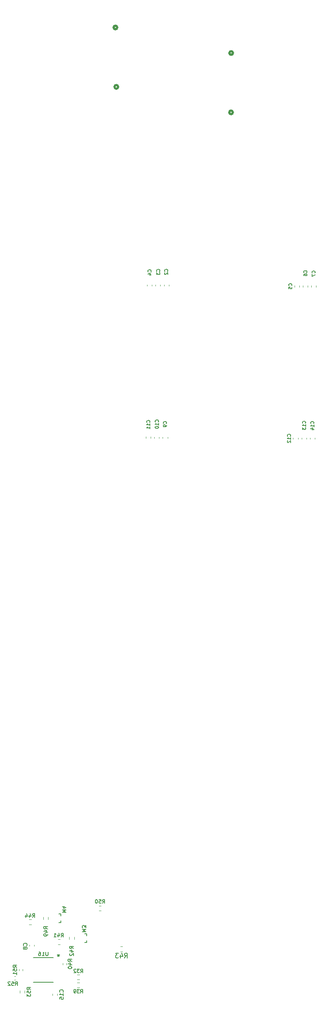
<source format=gbr>
%TF.GenerationSoftware,KiCad,Pcbnew,8.0.6*%
%TF.CreationDate,2025-05-14T12:37:59-04:00*%
%TF.ProjectId,TPC_Warm_Shaper,5450435f-5761-4726-9d5f-536861706572,rev?*%
%TF.SameCoordinates,Original*%
%TF.FileFunction,Legend,Bot*%
%TF.FilePolarity,Positive*%
%FSLAX46Y46*%
G04 Gerber Fmt 4.6, Leading zero omitted, Abs format (unit mm)*
G04 Created by KiCad (PCBNEW 8.0.6) date 2025-05-14 12:37:59*
%MOMM*%
%LPD*%
G01*
G04 APERTURE LIST*
%ADD10C,0.150000*%
%ADD11C,0.508000*%
%ADD12C,0.120000*%
%ADD13C,0.152400*%
G04 APERTURE END LIST*
D10*
X133545364Y-259552856D02*
X133188221Y-259302856D01*
X133545364Y-259124285D02*
X132795364Y-259124285D01*
X132795364Y-259124285D02*
X132795364Y-259409999D01*
X132795364Y-259409999D02*
X132831078Y-259481428D01*
X132831078Y-259481428D02*
X132866792Y-259517142D01*
X132866792Y-259517142D02*
X132938221Y-259552856D01*
X132938221Y-259552856D02*
X133045364Y-259552856D01*
X133045364Y-259552856D02*
X133116792Y-259517142D01*
X133116792Y-259517142D02*
X133152507Y-259481428D01*
X133152507Y-259481428D02*
X133188221Y-259409999D01*
X133188221Y-259409999D02*
X133188221Y-259124285D01*
X132795364Y-260231428D02*
X132795364Y-259874285D01*
X132795364Y-259874285D02*
X133152507Y-259838571D01*
X133152507Y-259838571D02*
X133116792Y-259874285D01*
X133116792Y-259874285D02*
X133081078Y-259945714D01*
X133081078Y-259945714D02*
X133081078Y-260124285D01*
X133081078Y-260124285D02*
X133116792Y-260195714D01*
X133116792Y-260195714D02*
X133152507Y-260231428D01*
X133152507Y-260231428D02*
X133223935Y-260267142D01*
X133223935Y-260267142D02*
X133402507Y-260267142D01*
X133402507Y-260267142D02*
X133473935Y-260231428D01*
X133473935Y-260231428D02*
X133509650Y-260195714D01*
X133509650Y-260195714D02*
X133545364Y-260124285D01*
X133545364Y-260124285D02*
X133545364Y-259945714D01*
X133545364Y-259945714D02*
X133509650Y-259874285D01*
X133509650Y-259874285D02*
X133473935Y-259838571D01*
X132795364Y-260517142D02*
X132795364Y-260981428D01*
X132795364Y-260981428D02*
X133081078Y-260731428D01*
X133081078Y-260731428D02*
X133081078Y-260838571D01*
X133081078Y-260838571D02*
X133116792Y-260910000D01*
X133116792Y-260910000D02*
X133152507Y-260945714D01*
X133152507Y-260945714D02*
X133223935Y-260981428D01*
X133223935Y-260981428D02*
X133402507Y-260981428D01*
X133402507Y-260981428D02*
X133473935Y-260945714D01*
X133473935Y-260945714D02*
X133509650Y-260910000D01*
X133509650Y-260910000D02*
X133545364Y-260838571D01*
X133545364Y-260838571D02*
X133545364Y-260624285D01*
X133545364Y-260624285D02*
X133509650Y-260552857D01*
X133509650Y-260552857D02*
X133473935Y-260517142D01*
X142663494Y-250810712D02*
X142282541Y-250544045D01*
X142663494Y-250353569D02*
X141863494Y-250353569D01*
X141863494Y-250353569D02*
X141863494Y-250658331D01*
X141863494Y-250658331D02*
X141901589Y-250734521D01*
X141901589Y-250734521D02*
X141939684Y-250772616D01*
X141939684Y-250772616D02*
X142015875Y-250810712D01*
X142015875Y-250810712D02*
X142130160Y-250810712D01*
X142130160Y-250810712D02*
X142206351Y-250772616D01*
X142206351Y-250772616D02*
X142244446Y-250734521D01*
X142244446Y-250734521D02*
X142282541Y-250658331D01*
X142282541Y-250658331D02*
X142282541Y-250353569D01*
X142130160Y-251496426D02*
X142663494Y-251496426D01*
X141825399Y-251305950D02*
X142396827Y-251115473D01*
X142396827Y-251115473D02*
X142396827Y-251610712D01*
X141939684Y-251877378D02*
X141901589Y-251915474D01*
X141901589Y-251915474D02*
X141863494Y-251991664D01*
X141863494Y-251991664D02*
X141863494Y-252182140D01*
X141863494Y-252182140D02*
X141901589Y-252258331D01*
X141901589Y-252258331D02*
X141939684Y-252296426D01*
X141939684Y-252296426D02*
X142015875Y-252334521D01*
X142015875Y-252334521D02*
X142092065Y-252334521D01*
X142092065Y-252334521D02*
X142206351Y-252296426D01*
X142206351Y-252296426D02*
X142663494Y-251839283D01*
X142663494Y-251839283D02*
X142663494Y-252334521D01*
X153539056Y-252809818D02*
X153872389Y-252333627D01*
X154110484Y-252809818D02*
X154110484Y-251809818D01*
X154110484Y-251809818D02*
X153729532Y-251809818D01*
X153729532Y-251809818D02*
X153634294Y-251857437D01*
X153634294Y-251857437D02*
X153586675Y-251905056D01*
X153586675Y-251905056D02*
X153539056Y-252000294D01*
X153539056Y-252000294D02*
X153539056Y-252143151D01*
X153539056Y-252143151D02*
X153586675Y-252238389D01*
X153586675Y-252238389D02*
X153634294Y-252286008D01*
X153634294Y-252286008D02*
X153729532Y-252333627D01*
X153729532Y-252333627D02*
X154110484Y-252333627D01*
X152681913Y-252143151D02*
X152681913Y-252809818D01*
X152920008Y-251762199D02*
X153158103Y-252476484D01*
X153158103Y-252476484D02*
X152539056Y-252476484D01*
X152253341Y-251809818D02*
X151634294Y-251809818D01*
X151634294Y-251809818D02*
X151967627Y-252190770D01*
X151967627Y-252190770D02*
X151824770Y-252190770D01*
X151824770Y-252190770D02*
X151729532Y-252238389D01*
X151729532Y-252238389D02*
X151681913Y-252286008D01*
X151681913Y-252286008D02*
X151634294Y-252381246D01*
X151634294Y-252381246D02*
X151634294Y-252619341D01*
X151634294Y-252619341D02*
X151681913Y-252714579D01*
X151681913Y-252714579D02*
X151729532Y-252762199D01*
X151729532Y-252762199D02*
X151824770Y-252809818D01*
X151824770Y-252809818D02*
X152110484Y-252809818D01*
X152110484Y-252809818D02*
X152205722Y-252762199D01*
X152205722Y-252762199D02*
X152253341Y-252714579D01*
X137256675Y-251527295D02*
X137256675Y-252174914D01*
X137256675Y-252174914D02*
X137218580Y-252251104D01*
X137218580Y-252251104D02*
X137180485Y-252289200D01*
X137180485Y-252289200D02*
X137104294Y-252327295D01*
X137104294Y-252327295D02*
X136951913Y-252327295D01*
X136951913Y-252327295D02*
X136875723Y-252289200D01*
X136875723Y-252289200D02*
X136837628Y-252251104D01*
X136837628Y-252251104D02*
X136799532Y-252174914D01*
X136799532Y-252174914D02*
X136799532Y-251527295D01*
X135999533Y-252327295D02*
X136456676Y-252327295D01*
X136228104Y-252327295D02*
X136228104Y-251527295D01*
X136228104Y-251527295D02*
X136304295Y-251641580D01*
X136304295Y-251641580D02*
X136380485Y-251717771D01*
X136380485Y-251717771D02*
X136456676Y-251755866D01*
X135313818Y-251527295D02*
X135466199Y-251527295D01*
X135466199Y-251527295D02*
X135542390Y-251565390D01*
X135542390Y-251565390D02*
X135580485Y-251603485D01*
X135580485Y-251603485D02*
X135656675Y-251717771D01*
X135656675Y-251717771D02*
X135694771Y-251870152D01*
X135694771Y-251870152D02*
X135694771Y-252174914D01*
X135694771Y-252174914D02*
X135656675Y-252251104D01*
X135656675Y-252251104D02*
X135618580Y-252289200D01*
X135618580Y-252289200D02*
X135542390Y-252327295D01*
X135542390Y-252327295D02*
X135390009Y-252327295D01*
X135390009Y-252327295D02*
X135313818Y-252289200D01*
X135313818Y-252289200D02*
X135275723Y-252251104D01*
X135275723Y-252251104D02*
X135237628Y-252174914D01*
X135237628Y-252174914D02*
X135237628Y-251984438D01*
X135237628Y-251984438D02*
X135275723Y-251908247D01*
X135275723Y-251908247D02*
X135313818Y-251870152D01*
X135313818Y-251870152D02*
X135390009Y-251832057D01*
X135390009Y-251832057D02*
X135542390Y-251832057D01*
X135542390Y-251832057D02*
X135618580Y-251870152D01*
X135618580Y-251870152D02*
X135656675Y-251908247D01*
X135656675Y-251908247D02*
X135694771Y-251984438D01*
X139476199Y-252039819D02*
X139476199Y-252277914D01*
X139714294Y-252182676D02*
X139476199Y-252277914D01*
X139476199Y-252277914D02*
X139238104Y-252182676D01*
X139619056Y-252468390D02*
X139476199Y-252277914D01*
X139476199Y-252277914D02*
X139333342Y-252468390D01*
X139436199Y-252039819D02*
X139436199Y-252277914D01*
X139674294Y-252182676D02*
X139436199Y-252277914D01*
X139436199Y-252277914D02*
X139198104Y-252182676D01*
X139579056Y-252468390D02*
X139436199Y-252277914D01*
X139436199Y-252277914D02*
X139293342Y-252468390D01*
X194099366Y-106983333D02*
X194132700Y-106950000D01*
X194132700Y-106950000D02*
X194166033Y-106850000D01*
X194166033Y-106850000D02*
X194166033Y-106783333D01*
X194166033Y-106783333D02*
X194132700Y-106683333D01*
X194132700Y-106683333D02*
X194066033Y-106616667D01*
X194066033Y-106616667D02*
X193999366Y-106583333D01*
X193999366Y-106583333D02*
X193866033Y-106550000D01*
X193866033Y-106550000D02*
X193766033Y-106550000D01*
X193766033Y-106550000D02*
X193632700Y-106583333D01*
X193632700Y-106583333D02*
X193566033Y-106616667D01*
X193566033Y-106616667D02*
X193499366Y-106683333D01*
X193499366Y-106683333D02*
X193466033Y-106783333D01*
X193466033Y-106783333D02*
X193466033Y-106850000D01*
X193466033Y-106850000D02*
X193499366Y-106950000D01*
X193499366Y-106950000D02*
X193532700Y-106983333D01*
X193466033Y-107216667D02*
X193466033Y-107683333D01*
X193466033Y-107683333D02*
X194166033Y-107383333D01*
X192066866Y-138969999D02*
X192100200Y-138936666D01*
X192100200Y-138936666D02*
X192133533Y-138836666D01*
X192133533Y-138836666D02*
X192133533Y-138769999D01*
X192133533Y-138769999D02*
X192100200Y-138669999D01*
X192100200Y-138669999D02*
X192033533Y-138603333D01*
X192033533Y-138603333D02*
X191966866Y-138569999D01*
X191966866Y-138569999D02*
X191833533Y-138536666D01*
X191833533Y-138536666D02*
X191733533Y-138536666D01*
X191733533Y-138536666D02*
X191600200Y-138569999D01*
X191600200Y-138569999D02*
X191533533Y-138603333D01*
X191533533Y-138603333D02*
X191466866Y-138669999D01*
X191466866Y-138669999D02*
X191433533Y-138769999D01*
X191433533Y-138769999D02*
X191433533Y-138836666D01*
X191433533Y-138836666D02*
X191466866Y-138936666D01*
X191466866Y-138936666D02*
X191500200Y-138969999D01*
X192133533Y-139636666D02*
X192133533Y-139236666D01*
X192133533Y-139436666D02*
X191433533Y-139436666D01*
X191433533Y-139436666D02*
X191533533Y-139369999D01*
X191533533Y-139369999D02*
X191600200Y-139303333D01*
X191600200Y-139303333D02*
X191633533Y-139236666D01*
X191433533Y-139870000D02*
X191433533Y-140303333D01*
X191433533Y-140303333D02*
X191700200Y-140070000D01*
X191700200Y-140070000D02*
X191700200Y-140170000D01*
X191700200Y-140170000D02*
X191733533Y-140236666D01*
X191733533Y-140236666D02*
X191766866Y-140270000D01*
X191766866Y-140270000D02*
X191833533Y-140303333D01*
X191833533Y-140303333D02*
X192000200Y-140303333D01*
X192000200Y-140303333D02*
X192066866Y-140270000D01*
X192066866Y-140270000D02*
X192100200Y-140236666D01*
X192100200Y-140236666D02*
X192133533Y-140170000D01*
X192133533Y-140170000D02*
X192133533Y-139970000D01*
X192133533Y-139970000D02*
X192100200Y-139903333D01*
X192100200Y-139903333D02*
X192066866Y-139870000D01*
X160999366Y-106653333D02*
X161032700Y-106620000D01*
X161032700Y-106620000D02*
X161066033Y-106520000D01*
X161066033Y-106520000D02*
X161066033Y-106453333D01*
X161066033Y-106453333D02*
X161032700Y-106353333D01*
X161032700Y-106353333D02*
X160966033Y-106286667D01*
X160966033Y-106286667D02*
X160899366Y-106253333D01*
X160899366Y-106253333D02*
X160766033Y-106220000D01*
X160766033Y-106220000D02*
X160666033Y-106220000D01*
X160666033Y-106220000D02*
X160532700Y-106253333D01*
X160532700Y-106253333D02*
X160466033Y-106286667D01*
X160466033Y-106286667D02*
X160399366Y-106353333D01*
X160399366Y-106353333D02*
X160366033Y-106453333D01*
X160366033Y-106453333D02*
X160366033Y-106520000D01*
X160366033Y-106520000D02*
X160399366Y-106620000D01*
X160399366Y-106620000D02*
X160432700Y-106653333D01*
X160366033Y-106886667D02*
X160366033Y-107320000D01*
X160366033Y-107320000D02*
X160632700Y-107086667D01*
X160632700Y-107086667D02*
X160632700Y-107186667D01*
X160632700Y-107186667D02*
X160666033Y-107253333D01*
X160666033Y-107253333D02*
X160699366Y-107286667D01*
X160699366Y-107286667D02*
X160766033Y-107320000D01*
X160766033Y-107320000D02*
X160932700Y-107320000D01*
X160932700Y-107320000D02*
X160999366Y-107286667D01*
X160999366Y-107286667D02*
X161032700Y-107253333D01*
X161032700Y-107253333D02*
X161066033Y-107186667D01*
X161066033Y-107186667D02*
X161066033Y-106986667D01*
X161066033Y-106986667D02*
X161032700Y-106920000D01*
X161032700Y-106920000D02*
X160999366Y-106886667D01*
X162436866Y-139043333D02*
X162470200Y-139010000D01*
X162470200Y-139010000D02*
X162503533Y-138910000D01*
X162503533Y-138910000D02*
X162503533Y-138843333D01*
X162503533Y-138843333D02*
X162470200Y-138743333D01*
X162470200Y-138743333D02*
X162403533Y-138676667D01*
X162403533Y-138676667D02*
X162336866Y-138643333D01*
X162336866Y-138643333D02*
X162203533Y-138610000D01*
X162203533Y-138610000D02*
X162103533Y-138610000D01*
X162103533Y-138610000D02*
X161970200Y-138643333D01*
X161970200Y-138643333D02*
X161903533Y-138676667D01*
X161903533Y-138676667D02*
X161836866Y-138743333D01*
X161836866Y-138743333D02*
X161803533Y-138843333D01*
X161803533Y-138843333D02*
X161803533Y-138910000D01*
X161803533Y-138910000D02*
X161836866Y-139010000D01*
X161836866Y-139010000D02*
X161870200Y-139043333D01*
X162503533Y-139376667D02*
X162503533Y-139510000D01*
X162503533Y-139510000D02*
X162470200Y-139576667D01*
X162470200Y-139576667D02*
X162436866Y-139610000D01*
X162436866Y-139610000D02*
X162336866Y-139676667D01*
X162336866Y-139676667D02*
X162203533Y-139710000D01*
X162203533Y-139710000D02*
X161936866Y-139710000D01*
X161936866Y-139710000D02*
X161870200Y-139676667D01*
X161870200Y-139676667D02*
X161836866Y-139643333D01*
X161836866Y-139643333D02*
X161803533Y-139576667D01*
X161803533Y-139576667D02*
X161803533Y-139443333D01*
X161803533Y-139443333D02*
X161836866Y-139376667D01*
X161836866Y-139376667D02*
X161870200Y-139343333D01*
X161870200Y-139343333D02*
X161936866Y-139310000D01*
X161936866Y-139310000D02*
X162103533Y-139310000D01*
X162103533Y-139310000D02*
X162170200Y-139343333D01*
X162170200Y-139343333D02*
X162203533Y-139376667D01*
X162203533Y-139376667D02*
X162236866Y-139443333D01*
X162236866Y-139443333D02*
X162236866Y-139576667D01*
X162236866Y-139576667D02*
X162203533Y-139643333D01*
X162203533Y-139643333D02*
X162170200Y-139676667D01*
X162170200Y-139676667D02*
X162103533Y-139710000D01*
X132722304Y-250181667D02*
X132760400Y-250143571D01*
X132760400Y-250143571D02*
X132798495Y-250029286D01*
X132798495Y-250029286D02*
X132798495Y-249953095D01*
X132798495Y-249953095D02*
X132760400Y-249838809D01*
X132760400Y-249838809D02*
X132684209Y-249762619D01*
X132684209Y-249762619D02*
X132608019Y-249724524D01*
X132608019Y-249724524D02*
X132455638Y-249686428D01*
X132455638Y-249686428D02*
X132341352Y-249686428D01*
X132341352Y-249686428D02*
X132188971Y-249724524D01*
X132188971Y-249724524D02*
X132112780Y-249762619D01*
X132112780Y-249762619D02*
X132036590Y-249838809D01*
X132036590Y-249838809D02*
X131998495Y-249953095D01*
X131998495Y-249953095D02*
X131998495Y-250029286D01*
X131998495Y-250029286D02*
X132036590Y-250143571D01*
X132036590Y-250143571D02*
X132074685Y-250181667D01*
X132341352Y-250638809D02*
X132303257Y-250562619D01*
X132303257Y-250562619D02*
X132265161Y-250524524D01*
X132265161Y-250524524D02*
X132188971Y-250486428D01*
X132188971Y-250486428D02*
X132150876Y-250486428D01*
X132150876Y-250486428D02*
X132074685Y-250524524D01*
X132074685Y-250524524D02*
X132036590Y-250562619D01*
X132036590Y-250562619D02*
X131998495Y-250638809D01*
X131998495Y-250638809D02*
X131998495Y-250791190D01*
X131998495Y-250791190D02*
X132036590Y-250867381D01*
X132036590Y-250867381D02*
X132074685Y-250905476D01*
X132074685Y-250905476D02*
X132150876Y-250943571D01*
X132150876Y-250943571D02*
X132188971Y-250943571D01*
X132188971Y-250943571D02*
X132265161Y-250905476D01*
X132265161Y-250905476D02*
X132303257Y-250867381D01*
X132303257Y-250867381D02*
X132341352Y-250791190D01*
X132341352Y-250791190D02*
X132341352Y-250638809D01*
X132341352Y-250638809D02*
X132379447Y-250562619D01*
X132379447Y-250562619D02*
X132417542Y-250524524D01*
X132417542Y-250524524D02*
X132493733Y-250486428D01*
X132493733Y-250486428D02*
X132646114Y-250486428D01*
X132646114Y-250486428D02*
X132722304Y-250524524D01*
X132722304Y-250524524D02*
X132760400Y-250562619D01*
X132760400Y-250562619D02*
X132798495Y-250638809D01*
X132798495Y-250638809D02*
X132798495Y-250791190D01*
X132798495Y-250791190D02*
X132760400Y-250867381D01*
X132760400Y-250867381D02*
X132722304Y-250905476D01*
X132722304Y-250905476D02*
X132646114Y-250943571D01*
X132646114Y-250943571D02*
X132493733Y-250943571D01*
X132493733Y-250943571D02*
X132417542Y-250905476D01*
X132417542Y-250905476D02*
X132379447Y-250867381D01*
X132379447Y-250867381D02*
X132341352Y-250791190D01*
X159169366Y-106743333D02*
X159202700Y-106710000D01*
X159202700Y-106710000D02*
X159236033Y-106610000D01*
X159236033Y-106610000D02*
X159236033Y-106543333D01*
X159236033Y-106543333D02*
X159202700Y-106443333D01*
X159202700Y-106443333D02*
X159136033Y-106376667D01*
X159136033Y-106376667D02*
X159069366Y-106343333D01*
X159069366Y-106343333D02*
X158936033Y-106310000D01*
X158936033Y-106310000D02*
X158836033Y-106310000D01*
X158836033Y-106310000D02*
X158702700Y-106343333D01*
X158702700Y-106343333D02*
X158636033Y-106376667D01*
X158636033Y-106376667D02*
X158569366Y-106443333D01*
X158569366Y-106443333D02*
X158536033Y-106543333D01*
X158536033Y-106543333D02*
X158536033Y-106610000D01*
X158536033Y-106610000D02*
X158569366Y-106710000D01*
X158569366Y-106710000D02*
X158602700Y-106743333D01*
X158769366Y-107343333D02*
X159236033Y-107343333D01*
X158502700Y-107176667D02*
X159002700Y-107010000D01*
X159002700Y-107010000D02*
X159002700Y-107443333D01*
X188876866Y-141749999D02*
X188910200Y-141716666D01*
X188910200Y-141716666D02*
X188943533Y-141616666D01*
X188943533Y-141616666D02*
X188943533Y-141549999D01*
X188943533Y-141549999D02*
X188910200Y-141449999D01*
X188910200Y-141449999D02*
X188843533Y-141383333D01*
X188843533Y-141383333D02*
X188776866Y-141349999D01*
X188776866Y-141349999D02*
X188643533Y-141316666D01*
X188643533Y-141316666D02*
X188543533Y-141316666D01*
X188543533Y-141316666D02*
X188410200Y-141349999D01*
X188410200Y-141349999D02*
X188343533Y-141383333D01*
X188343533Y-141383333D02*
X188276866Y-141449999D01*
X188276866Y-141449999D02*
X188243533Y-141549999D01*
X188243533Y-141549999D02*
X188243533Y-141616666D01*
X188243533Y-141616666D02*
X188276866Y-141716666D01*
X188276866Y-141716666D02*
X188310200Y-141749999D01*
X188943533Y-142416666D02*
X188943533Y-142016666D01*
X188943533Y-142216666D02*
X188243533Y-142216666D01*
X188243533Y-142216666D02*
X188343533Y-142149999D01*
X188343533Y-142149999D02*
X188410200Y-142083333D01*
X188410200Y-142083333D02*
X188443533Y-142016666D01*
X188310200Y-142683333D02*
X188276866Y-142716666D01*
X188276866Y-142716666D02*
X188243533Y-142783333D01*
X188243533Y-142783333D02*
X188243533Y-142950000D01*
X188243533Y-142950000D02*
X188276866Y-143016666D01*
X188276866Y-143016666D02*
X188310200Y-143050000D01*
X188310200Y-143050000D02*
X188376866Y-143083333D01*
X188376866Y-143083333D02*
X188443533Y-143083333D01*
X188443533Y-143083333D02*
X188543533Y-143050000D01*
X188543533Y-143050000D02*
X188943533Y-142650000D01*
X188943533Y-142650000D02*
X188943533Y-143083333D01*
X140462304Y-260090714D02*
X140500400Y-260052618D01*
X140500400Y-260052618D02*
X140538495Y-259938333D01*
X140538495Y-259938333D02*
X140538495Y-259862142D01*
X140538495Y-259862142D02*
X140500400Y-259747856D01*
X140500400Y-259747856D02*
X140424209Y-259671666D01*
X140424209Y-259671666D02*
X140348019Y-259633571D01*
X140348019Y-259633571D02*
X140195638Y-259595475D01*
X140195638Y-259595475D02*
X140081352Y-259595475D01*
X140081352Y-259595475D02*
X139928971Y-259633571D01*
X139928971Y-259633571D02*
X139852780Y-259671666D01*
X139852780Y-259671666D02*
X139776590Y-259747856D01*
X139776590Y-259747856D02*
X139738495Y-259862142D01*
X139738495Y-259862142D02*
X139738495Y-259938333D01*
X139738495Y-259938333D02*
X139776590Y-260052618D01*
X139776590Y-260052618D02*
X139814685Y-260090714D01*
X140538495Y-260852618D02*
X140538495Y-260395475D01*
X140538495Y-260624047D02*
X139738495Y-260624047D01*
X139738495Y-260624047D02*
X139852780Y-260547856D01*
X139852780Y-260547856D02*
X139928971Y-260471666D01*
X139928971Y-260471666D02*
X139967066Y-260395475D01*
X139738495Y-261576428D02*
X139738495Y-261195476D01*
X139738495Y-261195476D02*
X140119447Y-261157380D01*
X140119447Y-261157380D02*
X140081352Y-261195476D01*
X140081352Y-261195476D02*
X140043257Y-261271666D01*
X140043257Y-261271666D02*
X140043257Y-261462142D01*
X140043257Y-261462142D02*
X140081352Y-261538333D01*
X140081352Y-261538333D02*
X140119447Y-261576428D01*
X140119447Y-261576428D02*
X140195638Y-261614523D01*
X140195638Y-261614523D02*
X140386114Y-261614523D01*
X140386114Y-261614523D02*
X140462304Y-261576428D01*
X140462304Y-261576428D02*
X140500400Y-261538333D01*
X140500400Y-261538333D02*
X140538495Y-261462142D01*
X140538495Y-261462142D02*
X140538495Y-261271666D01*
X140538495Y-261271666D02*
X140500400Y-261195476D01*
X140500400Y-261195476D02*
X140462304Y-261157380D01*
X158896866Y-138799999D02*
X158930200Y-138766666D01*
X158930200Y-138766666D02*
X158963533Y-138666666D01*
X158963533Y-138666666D02*
X158963533Y-138599999D01*
X158963533Y-138599999D02*
X158930200Y-138499999D01*
X158930200Y-138499999D02*
X158863533Y-138433333D01*
X158863533Y-138433333D02*
X158796866Y-138399999D01*
X158796866Y-138399999D02*
X158663533Y-138366666D01*
X158663533Y-138366666D02*
X158563533Y-138366666D01*
X158563533Y-138366666D02*
X158430200Y-138399999D01*
X158430200Y-138399999D02*
X158363533Y-138433333D01*
X158363533Y-138433333D02*
X158296866Y-138499999D01*
X158296866Y-138499999D02*
X158263533Y-138599999D01*
X158263533Y-138599999D02*
X158263533Y-138666666D01*
X158263533Y-138666666D02*
X158296866Y-138766666D01*
X158296866Y-138766666D02*
X158330200Y-138799999D01*
X158963533Y-139466666D02*
X158963533Y-139066666D01*
X158963533Y-139266666D02*
X158263533Y-139266666D01*
X158263533Y-139266666D02*
X158363533Y-139199999D01*
X158363533Y-139199999D02*
X158430200Y-139133333D01*
X158430200Y-139133333D02*
X158463533Y-139066666D01*
X158963533Y-140133333D02*
X158963533Y-139733333D01*
X158963533Y-139933333D02*
X158263533Y-139933333D01*
X158263533Y-139933333D02*
X158363533Y-139866666D01*
X158363533Y-139866666D02*
X158430200Y-139800000D01*
X158430200Y-139800000D02*
X158463533Y-139733333D01*
X144198343Y-255944164D02*
X144448343Y-255587021D01*
X144626914Y-255944164D02*
X144626914Y-255194164D01*
X144626914Y-255194164D02*
X144341200Y-255194164D01*
X144341200Y-255194164D02*
X144269771Y-255229878D01*
X144269771Y-255229878D02*
X144234057Y-255265592D01*
X144234057Y-255265592D02*
X144198343Y-255337021D01*
X144198343Y-255337021D02*
X144198343Y-255444164D01*
X144198343Y-255444164D02*
X144234057Y-255515592D01*
X144234057Y-255515592D02*
X144269771Y-255551307D01*
X144269771Y-255551307D02*
X144341200Y-255587021D01*
X144341200Y-255587021D02*
X144626914Y-255587021D01*
X143948343Y-255194164D02*
X143484057Y-255194164D01*
X143484057Y-255194164D02*
X143734057Y-255479878D01*
X143734057Y-255479878D02*
X143626914Y-255479878D01*
X143626914Y-255479878D02*
X143555486Y-255515592D01*
X143555486Y-255515592D02*
X143519771Y-255551307D01*
X143519771Y-255551307D02*
X143484057Y-255622735D01*
X143484057Y-255622735D02*
X143484057Y-255801307D01*
X143484057Y-255801307D02*
X143519771Y-255872735D01*
X143519771Y-255872735D02*
X143555486Y-255908450D01*
X143555486Y-255908450D02*
X143626914Y-255944164D01*
X143626914Y-255944164D02*
X143841200Y-255944164D01*
X143841200Y-255944164D02*
X143912628Y-255908450D01*
X143912628Y-255908450D02*
X143948343Y-255872735D01*
X143198342Y-255265592D02*
X143162628Y-255229878D01*
X143162628Y-255229878D02*
X143091200Y-255194164D01*
X143091200Y-255194164D02*
X142912628Y-255194164D01*
X142912628Y-255194164D02*
X142841200Y-255229878D01*
X142841200Y-255229878D02*
X142805485Y-255265592D01*
X142805485Y-255265592D02*
X142769771Y-255337021D01*
X142769771Y-255337021D02*
X142769771Y-255408450D01*
X142769771Y-255408450D02*
X142805485Y-255515592D01*
X142805485Y-255515592D02*
X143234057Y-255944164D01*
X143234057Y-255944164D02*
X142769771Y-255944164D01*
X140050485Y-248347295D02*
X140317152Y-247966342D01*
X140507628Y-248347295D02*
X140507628Y-247547295D01*
X140507628Y-247547295D02*
X140202866Y-247547295D01*
X140202866Y-247547295D02*
X140126676Y-247585390D01*
X140126676Y-247585390D02*
X140088581Y-247623485D01*
X140088581Y-247623485D02*
X140050485Y-247699676D01*
X140050485Y-247699676D02*
X140050485Y-247813961D01*
X140050485Y-247813961D02*
X140088581Y-247890152D01*
X140088581Y-247890152D02*
X140126676Y-247928247D01*
X140126676Y-247928247D02*
X140202866Y-247966342D01*
X140202866Y-247966342D02*
X140507628Y-247966342D01*
X139364771Y-247813961D02*
X139364771Y-248347295D01*
X139555247Y-247509200D02*
X139745724Y-248080628D01*
X139745724Y-248080628D02*
X139250485Y-248080628D01*
X138526676Y-248347295D02*
X138983819Y-248347295D01*
X138755247Y-248347295D02*
X138755247Y-247547295D01*
X138755247Y-247547295D02*
X138831438Y-247661580D01*
X138831438Y-247661580D02*
X138907628Y-247737771D01*
X138907628Y-247737771D02*
X138983819Y-247775866D01*
X133960485Y-244177295D02*
X134227152Y-243796342D01*
X134417628Y-244177295D02*
X134417628Y-243377295D01*
X134417628Y-243377295D02*
X134112866Y-243377295D01*
X134112866Y-243377295D02*
X134036676Y-243415390D01*
X134036676Y-243415390D02*
X133998581Y-243453485D01*
X133998581Y-243453485D02*
X133960485Y-243529676D01*
X133960485Y-243529676D02*
X133960485Y-243643961D01*
X133960485Y-243643961D02*
X133998581Y-243720152D01*
X133998581Y-243720152D02*
X134036676Y-243758247D01*
X134036676Y-243758247D02*
X134112866Y-243796342D01*
X134112866Y-243796342D02*
X134417628Y-243796342D01*
X133274771Y-243643961D02*
X133274771Y-244177295D01*
X133465247Y-243339200D02*
X133655724Y-243910628D01*
X133655724Y-243910628D02*
X133160485Y-243910628D01*
X132512866Y-243643961D02*
X132512866Y-244177295D01*
X132703342Y-243339200D02*
X132893819Y-243910628D01*
X132893819Y-243910628D02*
X132398580Y-243910628D01*
X144543903Y-247252617D02*
X145343903Y-247252617D01*
X145343903Y-247252617D02*
X144772475Y-246985951D01*
X144772475Y-246985951D02*
X145343903Y-246719284D01*
X145343903Y-246719284D02*
X144543903Y-246719284D01*
X145343903Y-246414522D02*
X145343903Y-245919284D01*
X145343903Y-245919284D02*
X145039141Y-246185950D01*
X145039141Y-246185950D02*
X145039141Y-246071665D01*
X145039141Y-246071665D02*
X145001046Y-245995474D01*
X145001046Y-245995474D02*
X144962951Y-245957379D01*
X144962951Y-245957379D02*
X144886760Y-245919284D01*
X144886760Y-245919284D02*
X144696284Y-245919284D01*
X144696284Y-245919284D02*
X144620094Y-245957379D01*
X144620094Y-245957379D02*
X144581999Y-245995474D01*
X144581999Y-245995474D02*
X144543903Y-246071665D01*
X144543903Y-246071665D02*
X144543903Y-246300236D01*
X144543903Y-246300236D02*
X144581999Y-246376427D01*
X144581999Y-246376427D02*
X144620094Y-246414522D01*
X148880485Y-241157295D02*
X149147152Y-240776342D01*
X149337628Y-241157295D02*
X149337628Y-240357295D01*
X149337628Y-240357295D02*
X149032866Y-240357295D01*
X149032866Y-240357295D02*
X148956676Y-240395390D01*
X148956676Y-240395390D02*
X148918581Y-240433485D01*
X148918581Y-240433485D02*
X148880485Y-240509676D01*
X148880485Y-240509676D02*
X148880485Y-240623961D01*
X148880485Y-240623961D02*
X148918581Y-240700152D01*
X148918581Y-240700152D02*
X148956676Y-240738247D01*
X148956676Y-240738247D02*
X149032866Y-240776342D01*
X149032866Y-240776342D02*
X149337628Y-240776342D01*
X148156676Y-240357295D02*
X148537628Y-240357295D01*
X148537628Y-240357295D02*
X148575724Y-240738247D01*
X148575724Y-240738247D02*
X148537628Y-240700152D01*
X148537628Y-240700152D02*
X148461438Y-240662057D01*
X148461438Y-240662057D02*
X148270962Y-240662057D01*
X148270962Y-240662057D02*
X148194771Y-240700152D01*
X148194771Y-240700152D02*
X148156676Y-240738247D01*
X148156676Y-240738247D02*
X148118581Y-240814438D01*
X148118581Y-240814438D02*
X148118581Y-241004914D01*
X148118581Y-241004914D02*
X148156676Y-241081104D01*
X148156676Y-241081104D02*
X148194771Y-241119200D01*
X148194771Y-241119200D02*
X148270962Y-241157295D01*
X148270962Y-241157295D02*
X148461438Y-241157295D01*
X148461438Y-241157295D02*
X148537628Y-241119200D01*
X148537628Y-241119200D02*
X148575724Y-241081104D01*
X147623342Y-240357295D02*
X147547152Y-240357295D01*
X147547152Y-240357295D02*
X147470961Y-240395390D01*
X147470961Y-240395390D02*
X147432866Y-240433485D01*
X147432866Y-240433485D02*
X147394771Y-240509676D01*
X147394771Y-240509676D02*
X147356676Y-240662057D01*
X147356676Y-240662057D02*
X147356676Y-240852533D01*
X147356676Y-240852533D02*
X147394771Y-241004914D01*
X147394771Y-241004914D02*
X147432866Y-241081104D01*
X147432866Y-241081104D02*
X147470961Y-241119200D01*
X147470961Y-241119200D02*
X147547152Y-241157295D01*
X147547152Y-241157295D02*
X147623342Y-241157295D01*
X147623342Y-241157295D02*
X147699533Y-241119200D01*
X147699533Y-241119200D02*
X147737628Y-241081104D01*
X147737628Y-241081104D02*
X147775723Y-241004914D01*
X147775723Y-241004914D02*
X147813819Y-240852533D01*
X147813819Y-240852533D02*
X147813819Y-240662057D01*
X147813819Y-240662057D02*
X147775723Y-240509676D01*
X147775723Y-240509676D02*
X147737628Y-240433485D01*
X147737628Y-240433485D02*
X147699533Y-240395390D01*
X147699533Y-240395390D02*
X147623342Y-240357295D01*
X137168495Y-246620714D02*
X136787542Y-246354047D01*
X137168495Y-246163571D02*
X136368495Y-246163571D01*
X136368495Y-246163571D02*
X136368495Y-246468333D01*
X136368495Y-246468333D02*
X136406590Y-246544523D01*
X136406590Y-246544523D02*
X136444685Y-246582618D01*
X136444685Y-246582618D02*
X136520876Y-246620714D01*
X136520876Y-246620714D02*
X136635161Y-246620714D01*
X136635161Y-246620714D02*
X136711352Y-246582618D01*
X136711352Y-246582618D02*
X136749447Y-246544523D01*
X136749447Y-246544523D02*
X136787542Y-246468333D01*
X136787542Y-246468333D02*
X136787542Y-246163571D01*
X136635161Y-247306428D02*
X137168495Y-247306428D01*
X136330400Y-247115952D02*
X136901828Y-246925475D01*
X136901828Y-246925475D02*
X136901828Y-247420714D01*
X137168495Y-247763571D02*
X137168495Y-247915952D01*
X137168495Y-247915952D02*
X137130400Y-247992142D01*
X137130400Y-247992142D02*
X137092304Y-248030238D01*
X137092304Y-248030238D02*
X136978019Y-248106428D01*
X136978019Y-248106428D02*
X136825638Y-248144523D01*
X136825638Y-248144523D02*
X136520876Y-248144523D01*
X136520876Y-248144523D02*
X136444685Y-248106428D01*
X136444685Y-248106428D02*
X136406590Y-248068333D01*
X136406590Y-248068333D02*
X136368495Y-247992142D01*
X136368495Y-247992142D02*
X136368495Y-247839761D01*
X136368495Y-247839761D02*
X136406590Y-247763571D01*
X136406590Y-247763571D02*
X136444685Y-247725476D01*
X136444685Y-247725476D02*
X136520876Y-247687380D01*
X136520876Y-247687380D02*
X136711352Y-247687380D01*
X136711352Y-247687380D02*
X136787542Y-247725476D01*
X136787542Y-247725476D02*
X136825638Y-247763571D01*
X136825638Y-247763571D02*
X136863733Y-247839761D01*
X136863733Y-247839761D02*
X136863733Y-247992142D01*
X136863733Y-247992142D02*
X136825638Y-248068333D01*
X136825638Y-248068333D02*
X136787542Y-248106428D01*
X136787542Y-248106428D02*
X136711352Y-248144523D01*
X140312134Y-243098242D02*
X141062134Y-243098242D01*
X141062134Y-243098242D02*
X140526420Y-242848242D01*
X140526420Y-242848242D02*
X141062134Y-242598242D01*
X141062134Y-242598242D02*
X140312134Y-242598242D01*
X140812134Y-241919671D02*
X140312134Y-241919671D01*
X141097849Y-242098242D02*
X140562134Y-242276813D01*
X140562134Y-242276813D02*
X140562134Y-241812528D01*
X162709366Y-106653333D02*
X162742700Y-106620000D01*
X162742700Y-106620000D02*
X162776033Y-106520000D01*
X162776033Y-106520000D02*
X162776033Y-106453333D01*
X162776033Y-106453333D02*
X162742700Y-106353333D01*
X162742700Y-106353333D02*
X162676033Y-106286667D01*
X162676033Y-106286667D02*
X162609366Y-106253333D01*
X162609366Y-106253333D02*
X162476033Y-106220000D01*
X162476033Y-106220000D02*
X162376033Y-106220000D01*
X162376033Y-106220000D02*
X162242700Y-106253333D01*
X162242700Y-106253333D02*
X162176033Y-106286667D01*
X162176033Y-106286667D02*
X162109366Y-106353333D01*
X162109366Y-106353333D02*
X162076033Y-106453333D01*
X162076033Y-106453333D02*
X162076033Y-106520000D01*
X162076033Y-106520000D02*
X162109366Y-106620000D01*
X162109366Y-106620000D02*
X162142700Y-106653333D01*
X162142700Y-106920000D02*
X162109366Y-106953333D01*
X162109366Y-106953333D02*
X162076033Y-107020000D01*
X162076033Y-107020000D02*
X162076033Y-107186667D01*
X162076033Y-107186667D02*
X162109366Y-107253333D01*
X162109366Y-107253333D02*
X162142700Y-107286667D01*
X162142700Y-107286667D02*
X162209366Y-107320000D01*
X162209366Y-107320000D02*
X162276033Y-107320000D01*
X162276033Y-107320000D02*
X162376033Y-107286667D01*
X162376033Y-107286667D02*
X162776033Y-106886667D01*
X162776033Y-106886667D02*
X162776033Y-107320000D01*
X193826866Y-139039999D02*
X193860200Y-139006666D01*
X193860200Y-139006666D02*
X193893533Y-138906666D01*
X193893533Y-138906666D02*
X193893533Y-138839999D01*
X193893533Y-138839999D02*
X193860200Y-138739999D01*
X193860200Y-138739999D02*
X193793533Y-138673333D01*
X193793533Y-138673333D02*
X193726866Y-138639999D01*
X193726866Y-138639999D02*
X193593533Y-138606666D01*
X193593533Y-138606666D02*
X193493533Y-138606666D01*
X193493533Y-138606666D02*
X193360200Y-138639999D01*
X193360200Y-138639999D02*
X193293533Y-138673333D01*
X193293533Y-138673333D02*
X193226866Y-138739999D01*
X193226866Y-138739999D02*
X193193533Y-138839999D01*
X193193533Y-138839999D02*
X193193533Y-138906666D01*
X193193533Y-138906666D02*
X193226866Y-139006666D01*
X193226866Y-139006666D02*
X193260200Y-139039999D01*
X193893533Y-139706666D02*
X193893533Y-139306666D01*
X193893533Y-139506666D02*
X193193533Y-139506666D01*
X193193533Y-139506666D02*
X193293533Y-139439999D01*
X193293533Y-139439999D02*
X193360200Y-139373333D01*
X193360200Y-139373333D02*
X193393533Y-139306666D01*
X193426866Y-140306666D02*
X193893533Y-140306666D01*
X193160200Y-140140000D02*
X193660200Y-139973333D01*
X193660200Y-139973333D02*
X193660200Y-140406666D01*
X142328495Y-253560714D02*
X141947542Y-253294047D01*
X142328495Y-253103571D02*
X141528495Y-253103571D01*
X141528495Y-253103571D02*
X141528495Y-253408333D01*
X141528495Y-253408333D02*
X141566590Y-253484523D01*
X141566590Y-253484523D02*
X141604685Y-253522618D01*
X141604685Y-253522618D02*
X141680876Y-253560714D01*
X141680876Y-253560714D02*
X141795161Y-253560714D01*
X141795161Y-253560714D02*
X141871352Y-253522618D01*
X141871352Y-253522618D02*
X141909447Y-253484523D01*
X141909447Y-253484523D02*
X141947542Y-253408333D01*
X141947542Y-253408333D02*
X141947542Y-253103571D01*
X141795161Y-254246428D02*
X142328495Y-254246428D01*
X141490400Y-254055952D02*
X142061828Y-253865475D01*
X142061828Y-253865475D02*
X142061828Y-254360714D01*
X141528495Y-254817857D02*
X141528495Y-254894047D01*
X141528495Y-254894047D02*
X141566590Y-254970238D01*
X141566590Y-254970238D02*
X141604685Y-255008333D01*
X141604685Y-255008333D02*
X141680876Y-255046428D01*
X141680876Y-255046428D02*
X141833257Y-255084523D01*
X141833257Y-255084523D02*
X142023733Y-255084523D01*
X142023733Y-255084523D02*
X142176114Y-255046428D01*
X142176114Y-255046428D02*
X142252304Y-255008333D01*
X142252304Y-255008333D02*
X142290400Y-254970238D01*
X142290400Y-254970238D02*
X142328495Y-254894047D01*
X142328495Y-254894047D02*
X142328495Y-254817857D01*
X142328495Y-254817857D02*
X142290400Y-254741666D01*
X142290400Y-254741666D02*
X142252304Y-254703571D01*
X142252304Y-254703571D02*
X142176114Y-254665476D01*
X142176114Y-254665476D02*
X142023733Y-254627380D01*
X142023733Y-254627380D02*
X141833257Y-254627380D01*
X141833257Y-254627380D02*
X141680876Y-254665476D01*
X141680876Y-254665476D02*
X141604685Y-254703571D01*
X141604685Y-254703571D02*
X141566590Y-254741666D01*
X141566590Y-254741666D02*
X141528495Y-254817857D01*
X144178343Y-260304164D02*
X144428343Y-259947021D01*
X144606914Y-260304164D02*
X144606914Y-259554164D01*
X144606914Y-259554164D02*
X144321200Y-259554164D01*
X144321200Y-259554164D02*
X144249771Y-259589878D01*
X144249771Y-259589878D02*
X144214057Y-259625592D01*
X144214057Y-259625592D02*
X144178343Y-259697021D01*
X144178343Y-259697021D02*
X144178343Y-259804164D01*
X144178343Y-259804164D02*
X144214057Y-259875592D01*
X144214057Y-259875592D02*
X144249771Y-259911307D01*
X144249771Y-259911307D02*
X144321200Y-259947021D01*
X144321200Y-259947021D02*
X144606914Y-259947021D01*
X143928343Y-259554164D02*
X143464057Y-259554164D01*
X143464057Y-259554164D02*
X143714057Y-259839878D01*
X143714057Y-259839878D02*
X143606914Y-259839878D01*
X143606914Y-259839878D02*
X143535486Y-259875592D01*
X143535486Y-259875592D02*
X143499771Y-259911307D01*
X143499771Y-259911307D02*
X143464057Y-259982735D01*
X143464057Y-259982735D02*
X143464057Y-260161307D01*
X143464057Y-260161307D02*
X143499771Y-260232735D01*
X143499771Y-260232735D02*
X143535486Y-260268450D01*
X143535486Y-260268450D02*
X143606914Y-260304164D01*
X143606914Y-260304164D02*
X143821200Y-260304164D01*
X143821200Y-260304164D02*
X143892628Y-260268450D01*
X143892628Y-260268450D02*
X143928343Y-260232735D01*
X143106914Y-260304164D02*
X142964057Y-260304164D01*
X142964057Y-260304164D02*
X142892628Y-260268450D01*
X142892628Y-260268450D02*
X142856914Y-260232735D01*
X142856914Y-260232735D02*
X142785485Y-260125592D01*
X142785485Y-260125592D02*
X142749771Y-259982735D01*
X142749771Y-259982735D02*
X142749771Y-259697021D01*
X142749771Y-259697021D02*
X142785485Y-259625592D01*
X142785485Y-259625592D02*
X142821200Y-259589878D01*
X142821200Y-259589878D02*
X142892628Y-259554164D01*
X142892628Y-259554164D02*
X143035485Y-259554164D01*
X143035485Y-259554164D02*
X143106914Y-259589878D01*
X143106914Y-259589878D02*
X143142628Y-259625592D01*
X143142628Y-259625592D02*
X143178342Y-259697021D01*
X143178342Y-259697021D02*
X143178342Y-259875592D01*
X143178342Y-259875592D02*
X143142628Y-259947021D01*
X143142628Y-259947021D02*
X143106914Y-259982735D01*
X143106914Y-259982735D02*
X143035485Y-260018450D01*
X143035485Y-260018450D02*
X142892628Y-260018450D01*
X142892628Y-260018450D02*
X142821200Y-259982735D01*
X142821200Y-259982735D02*
X142785485Y-259947021D01*
X142785485Y-259947021D02*
X142749771Y-259875592D01*
X130280485Y-258667295D02*
X130547152Y-258286342D01*
X130737628Y-258667295D02*
X130737628Y-257867295D01*
X130737628Y-257867295D02*
X130432866Y-257867295D01*
X130432866Y-257867295D02*
X130356676Y-257905390D01*
X130356676Y-257905390D02*
X130318581Y-257943485D01*
X130318581Y-257943485D02*
X130280485Y-258019676D01*
X130280485Y-258019676D02*
X130280485Y-258133961D01*
X130280485Y-258133961D02*
X130318581Y-258210152D01*
X130318581Y-258210152D02*
X130356676Y-258248247D01*
X130356676Y-258248247D02*
X130432866Y-258286342D01*
X130432866Y-258286342D02*
X130737628Y-258286342D01*
X129556676Y-257867295D02*
X129937628Y-257867295D01*
X129937628Y-257867295D02*
X129975724Y-258248247D01*
X129975724Y-258248247D02*
X129937628Y-258210152D01*
X129937628Y-258210152D02*
X129861438Y-258172057D01*
X129861438Y-258172057D02*
X129670962Y-258172057D01*
X129670962Y-258172057D02*
X129594771Y-258210152D01*
X129594771Y-258210152D02*
X129556676Y-258248247D01*
X129556676Y-258248247D02*
X129518581Y-258324438D01*
X129518581Y-258324438D02*
X129518581Y-258514914D01*
X129518581Y-258514914D02*
X129556676Y-258591104D01*
X129556676Y-258591104D02*
X129594771Y-258629200D01*
X129594771Y-258629200D02*
X129670962Y-258667295D01*
X129670962Y-258667295D02*
X129861438Y-258667295D01*
X129861438Y-258667295D02*
X129937628Y-258629200D01*
X129937628Y-258629200D02*
X129975724Y-258591104D01*
X129213819Y-257943485D02*
X129175723Y-257905390D01*
X129175723Y-257905390D02*
X129099533Y-257867295D01*
X129099533Y-257867295D02*
X128909057Y-257867295D01*
X128909057Y-257867295D02*
X128832866Y-257905390D01*
X128832866Y-257905390D02*
X128794771Y-257943485D01*
X128794771Y-257943485D02*
X128756676Y-258019676D01*
X128756676Y-258019676D02*
X128756676Y-258095866D01*
X128756676Y-258095866D02*
X128794771Y-258210152D01*
X128794771Y-258210152D02*
X129251914Y-258667295D01*
X129251914Y-258667295D02*
X128756676Y-258667295D01*
X192339366Y-106913333D02*
X192372700Y-106880000D01*
X192372700Y-106880000D02*
X192406033Y-106780000D01*
X192406033Y-106780000D02*
X192406033Y-106713333D01*
X192406033Y-106713333D02*
X192372700Y-106613333D01*
X192372700Y-106613333D02*
X192306033Y-106546667D01*
X192306033Y-106546667D02*
X192239366Y-106513333D01*
X192239366Y-106513333D02*
X192106033Y-106480000D01*
X192106033Y-106480000D02*
X192006033Y-106480000D01*
X192006033Y-106480000D02*
X191872700Y-106513333D01*
X191872700Y-106513333D02*
X191806033Y-106546667D01*
X191806033Y-106546667D02*
X191739366Y-106613333D01*
X191739366Y-106613333D02*
X191706033Y-106713333D01*
X191706033Y-106713333D02*
X191706033Y-106780000D01*
X191706033Y-106780000D02*
X191739366Y-106880000D01*
X191739366Y-106880000D02*
X191772700Y-106913333D01*
X191706033Y-107513333D02*
X191706033Y-107380000D01*
X191706033Y-107380000D02*
X191739366Y-107313333D01*
X191739366Y-107313333D02*
X191772700Y-107280000D01*
X191772700Y-107280000D02*
X191872700Y-107213333D01*
X191872700Y-107213333D02*
X192006033Y-107180000D01*
X192006033Y-107180000D02*
X192272700Y-107180000D01*
X192272700Y-107180000D02*
X192339366Y-107213333D01*
X192339366Y-107213333D02*
X192372700Y-107246667D01*
X192372700Y-107246667D02*
X192406033Y-107313333D01*
X192406033Y-107313333D02*
X192406033Y-107446667D01*
X192406033Y-107446667D02*
X192372700Y-107513333D01*
X192372700Y-107513333D02*
X192339366Y-107546667D01*
X192339366Y-107546667D02*
X192272700Y-107580000D01*
X192272700Y-107580000D02*
X192106033Y-107580000D01*
X192106033Y-107580000D02*
X192039366Y-107546667D01*
X192039366Y-107546667D02*
X192006033Y-107513333D01*
X192006033Y-107513333D02*
X191972700Y-107446667D01*
X191972700Y-107446667D02*
X191972700Y-107313333D01*
X191972700Y-107313333D02*
X192006033Y-107246667D01*
X192006033Y-107246667D02*
X192039366Y-107213333D01*
X192039366Y-107213333D02*
X192106033Y-107180000D01*
X130608495Y-254820714D02*
X130227542Y-254554047D01*
X130608495Y-254363571D02*
X129808495Y-254363571D01*
X129808495Y-254363571D02*
X129808495Y-254668333D01*
X129808495Y-254668333D02*
X129846590Y-254744523D01*
X129846590Y-254744523D02*
X129884685Y-254782618D01*
X129884685Y-254782618D02*
X129960876Y-254820714D01*
X129960876Y-254820714D02*
X130075161Y-254820714D01*
X130075161Y-254820714D02*
X130151352Y-254782618D01*
X130151352Y-254782618D02*
X130189447Y-254744523D01*
X130189447Y-254744523D02*
X130227542Y-254668333D01*
X130227542Y-254668333D02*
X130227542Y-254363571D01*
X129808495Y-255544523D02*
X129808495Y-255163571D01*
X129808495Y-255163571D02*
X130189447Y-255125475D01*
X130189447Y-255125475D02*
X130151352Y-255163571D01*
X130151352Y-255163571D02*
X130113257Y-255239761D01*
X130113257Y-255239761D02*
X130113257Y-255430237D01*
X130113257Y-255430237D02*
X130151352Y-255506428D01*
X130151352Y-255506428D02*
X130189447Y-255544523D01*
X130189447Y-255544523D02*
X130265638Y-255582618D01*
X130265638Y-255582618D02*
X130456114Y-255582618D01*
X130456114Y-255582618D02*
X130532304Y-255544523D01*
X130532304Y-255544523D02*
X130570400Y-255506428D01*
X130570400Y-255506428D02*
X130608495Y-255430237D01*
X130608495Y-255430237D02*
X130608495Y-255239761D01*
X130608495Y-255239761D02*
X130570400Y-255163571D01*
X130570400Y-255163571D02*
X130532304Y-255125475D01*
X130608495Y-256344523D02*
X130608495Y-255887380D01*
X130608495Y-256115952D02*
X129808495Y-256115952D01*
X129808495Y-256115952D02*
X129922780Y-256039761D01*
X129922780Y-256039761D02*
X129998971Y-255963571D01*
X129998971Y-255963571D02*
X130037066Y-255887380D01*
X189149366Y-109693333D02*
X189182700Y-109660000D01*
X189182700Y-109660000D02*
X189216033Y-109560000D01*
X189216033Y-109560000D02*
X189216033Y-109493333D01*
X189216033Y-109493333D02*
X189182700Y-109393333D01*
X189182700Y-109393333D02*
X189116033Y-109326667D01*
X189116033Y-109326667D02*
X189049366Y-109293333D01*
X189049366Y-109293333D02*
X188916033Y-109260000D01*
X188916033Y-109260000D02*
X188816033Y-109260000D01*
X188816033Y-109260000D02*
X188682700Y-109293333D01*
X188682700Y-109293333D02*
X188616033Y-109326667D01*
X188616033Y-109326667D02*
X188549366Y-109393333D01*
X188549366Y-109393333D02*
X188516033Y-109493333D01*
X188516033Y-109493333D02*
X188516033Y-109560000D01*
X188516033Y-109560000D02*
X188549366Y-109660000D01*
X188549366Y-109660000D02*
X188582700Y-109693333D01*
X188516033Y-110326667D02*
X188516033Y-109993333D01*
X188516033Y-109993333D02*
X188849366Y-109960000D01*
X188849366Y-109960000D02*
X188816033Y-109993333D01*
X188816033Y-109993333D02*
X188782700Y-110060000D01*
X188782700Y-110060000D02*
X188782700Y-110226667D01*
X188782700Y-110226667D02*
X188816033Y-110293333D01*
X188816033Y-110293333D02*
X188849366Y-110326667D01*
X188849366Y-110326667D02*
X188916033Y-110360000D01*
X188916033Y-110360000D02*
X189082700Y-110360000D01*
X189082700Y-110360000D02*
X189149366Y-110326667D01*
X189149366Y-110326667D02*
X189182700Y-110293333D01*
X189182700Y-110293333D02*
X189216033Y-110226667D01*
X189216033Y-110226667D02*
X189216033Y-110060000D01*
X189216033Y-110060000D02*
X189182700Y-109993333D01*
X189182700Y-109993333D02*
X189149366Y-109960000D01*
X160726866Y-138709999D02*
X160760200Y-138676666D01*
X160760200Y-138676666D02*
X160793533Y-138576666D01*
X160793533Y-138576666D02*
X160793533Y-138509999D01*
X160793533Y-138509999D02*
X160760200Y-138409999D01*
X160760200Y-138409999D02*
X160693533Y-138343333D01*
X160693533Y-138343333D02*
X160626866Y-138309999D01*
X160626866Y-138309999D02*
X160493533Y-138276666D01*
X160493533Y-138276666D02*
X160393533Y-138276666D01*
X160393533Y-138276666D02*
X160260200Y-138309999D01*
X160260200Y-138309999D02*
X160193533Y-138343333D01*
X160193533Y-138343333D02*
X160126866Y-138409999D01*
X160126866Y-138409999D02*
X160093533Y-138509999D01*
X160093533Y-138509999D02*
X160093533Y-138576666D01*
X160093533Y-138576666D02*
X160126866Y-138676666D01*
X160126866Y-138676666D02*
X160160200Y-138709999D01*
X160793533Y-139376666D02*
X160793533Y-138976666D01*
X160793533Y-139176666D02*
X160093533Y-139176666D01*
X160093533Y-139176666D02*
X160193533Y-139109999D01*
X160193533Y-139109999D02*
X160260200Y-139043333D01*
X160260200Y-139043333D02*
X160293533Y-138976666D01*
X160093533Y-139810000D02*
X160093533Y-139876666D01*
X160093533Y-139876666D02*
X160126866Y-139943333D01*
X160126866Y-139943333D02*
X160160200Y-139976666D01*
X160160200Y-139976666D02*
X160226866Y-140010000D01*
X160226866Y-140010000D02*
X160360200Y-140043333D01*
X160360200Y-140043333D02*
X160526866Y-140043333D01*
X160526866Y-140043333D02*
X160660200Y-140010000D01*
X160660200Y-140010000D02*
X160726866Y-139976666D01*
X160726866Y-139976666D02*
X160760200Y-139943333D01*
X160760200Y-139943333D02*
X160793533Y-139876666D01*
X160793533Y-139876666D02*
X160793533Y-139810000D01*
X160793533Y-139810000D02*
X160760200Y-139743333D01*
X160760200Y-139743333D02*
X160726866Y-139710000D01*
X160726866Y-139710000D02*
X160660200Y-139676666D01*
X160660200Y-139676666D02*
X160526866Y-139643333D01*
X160526866Y-139643333D02*
X160360200Y-139643333D01*
X160360200Y-139643333D02*
X160226866Y-139676666D01*
X160226866Y-139676666D02*
X160160200Y-139710000D01*
X160160200Y-139710000D02*
X160126866Y-139743333D01*
X160126866Y-139743333D02*
X160093533Y-139810000D01*
D11*
%TO.C,P4*%
X176646600Y-60150000D02*
G75*
G02*
X175884600Y-60150000I-381000J0D01*
G01*
X175884600Y-60150000D02*
G75*
G02*
X176646600Y-60150000I381000J0D01*
G01*
%TO.C,P1*%
X152191600Y-67354400D02*
G75*
G02*
X151429600Y-67354400I-381000J0D01*
G01*
X151429600Y-67354400D02*
G75*
G02*
X152191600Y-67354400I381000J0D01*
G01*
%TO.C,P2*%
X176626400Y-72790000D02*
G75*
G02*
X175864400Y-72790000I-381000J0D01*
G01*
X175864400Y-72790000D02*
G75*
G02*
X176626400Y-72790000I381000J0D01*
G01*
%TO.C,P3*%
X152001000Y-54712400D02*
G75*
G02*
X151239000Y-54712400I-381000J0D01*
G01*
X151239000Y-54712400D02*
G75*
G02*
X152001000Y-54712400I381000J0D01*
G01*
D12*
%TO.C,R53*%
X131253700Y-259797742D02*
X131253700Y-260272258D01*
X132298700Y-259797742D02*
X132298700Y-260272258D01*
%TO.C,R42*%
X141793699Y-248822257D02*
X141793699Y-248347741D01*
X142838699Y-248822257D02*
X142838699Y-248347741D01*
%TO.C,R43*%
X153133457Y-250402499D02*
X152658941Y-250402499D01*
X153133457Y-251447499D02*
X152658941Y-251447499D01*
D13*
%TO.C,U16*%
X134145300Y-258003900D02*
X138387100Y-258003900D01*
X138387100Y-252746100D02*
X134145300Y-252746100D01*
D12*
%TO.C,C7*%
X193350000Y-109679420D02*
X193350000Y-109960580D01*
X194370000Y-109679420D02*
X194370000Y-109960580D01*
%TO.C,C13*%
X191307500Y-142069420D02*
X191307500Y-142350580D01*
X192327500Y-142069420D02*
X192327500Y-142350580D01*
%TO.C,C3*%
X160180000Y-109489420D02*
X160180000Y-109770580D01*
X161200000Y-109489420D02*
X161200000Y-109770580D01*
%TO.C,C9*%
X161707500Y-141879420D02*
X161707500Y-142160580D01*
X162727500Y-141879420D02*
X162727500Y-142160580D01*
%TO.C,C8*%
X133286200Y-250014420D02*
X133286200Y-250295580D01*
X134306200Y-250014420D02*
X134306200Y-250295580D01*
%TO.C,C4*%
X158400000Y-109479420D02*
X158400000Y-109760580D01*
X159420000Y-109479420D02*
X159420000Y-109760580D01*
%TO.C,C12*%
X189477500Y-142069420D02*
X189477500Y-142350580D01*
X190497500Y-142069420D02*
X190497500Y-142350580D01*
%TO.C,C15*%
X138236200Y-260464420D02*
X138236200Y-260745580D01*
X139256200Y-260464420D02*
X139256200Y-260745580D01*
%TO.C,C11*%
X158127500Y-141869420D02*
X158127500Y-142150580D01*
X159147500Y-141869420D02*
X159147500Y-142150580D01*
%TO.C,R32*%
X143933458Y-256362500D02*
X143458942Y-256362500D01*
X143933458Y-257407500D02*
X143458942Y-257407500D01*
%TO.C,R41*%
X139853457Y-248882499D02*
X139378941Y-248882499D01*
X139853457Y-249927499D02*
X139378941Y-249927499D01*
%TO.C,R44*%
X133723458Y-244632500D02*
X133248942Y-244632500D01*
X133723458Y-245677500D02*
X133248942Y-245677500D01*
D13*
%TO.C,M3*%
X145069544Y-249521999D02*
X145473199Y-249521999D01*
X145473199Y-247667999D02*
X145069544Y-247667999D01*
X145473199Y-248086859D02*
X145473199Y-247667999D01*
X145473199Y-249521999D02*
X145473199Y-249103139D01*
D12*
%TO.C,R50*%
X148583458Y-241702500D02*
X148108942Y-241702500D01*
X148583458Y-242747500D02*
X148108942Y-242747500D01*
%TO.C,R49*%
X136263700Y-244592258D02*
X136263700Y-244117742D01*
X137308700Y-244592258D02*
X137308700Y-244117742D01*
D13*
%TO.C,M4*%
X139589545Y-245272000D02*
X139993200Y-245272000D01*
X139993200Y-243418000D02*
X139589545Y-243418000D01*
X139993200Y-243836860D02*
X139993200Y-243418000D01*
X139993200Y-245272000D02*
X139993200Y-244853140D01*
D12*
%TO.C,C2*%
X161980000Y-109489420D02*
X161980000Y-109770580D01*
X163000000Y-109489420D02*
X163000000Y-109770580D01*
%TO.C,C14*%
X193077500Y-142069420D02*
X193077500Y-142350580D01*
X194097500Y-142069420D02*
X194097500Y-142350580D01*
%TO.C,R40*%
X140416200Y-253921359D02*
X140416200Y-254228641D01*
X141176200Y-253921359D02*
X141176200Y-254228641D01*
%TO.C,R39*%
X143458942Y-258072500D02*
X143933458Y-258072500D01*
X143458942Y-259117500D02*
X143933458Y-259117500D01*
%TO.C,R52*%
X130369841Y-256715000D02*
X130062559Y-256715000D01*
X130369841Y-257475000D02*
X130062559Y-257475000D01*
%TO.C,C6*%
X191580000Y-109679420D02*
X191580000Y-109960580D01*
X192600000Y-109679420D02*
X192600000Y-109960580D01*
%TO.C,R51*%
X131076200Y-255221359D02*
X131076200Y-255528641D01*
X131836200Y-255221359D02*
X131836200Y-255528641D01*
%TO.C,C5*%
X189750000Y-109679420D02*
X189750000Y-109960580D01*
X190770000Y-109679420D02*
X190770000Y-109960580D01*
%TO.C,C10*%
X159907500Y-141879420D02*
X159907500Y-142160580D01*
X160927500Y-141879420D02*
X160927500Y-142160580D01*
%TD*%
M02*

</source>
